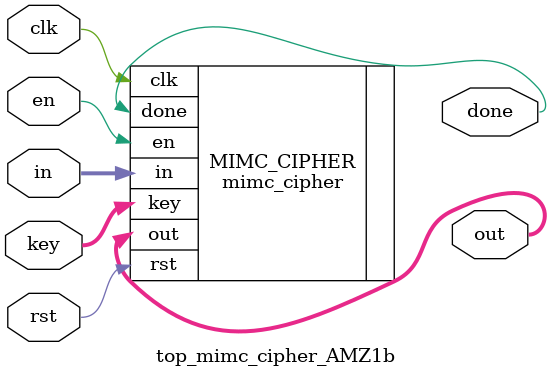
<source format=v>



module top_mimc_cipher_AMZ1b #(
	parameter N_BITS = 254
) (
	input clk,
	input rst,
	input en,
	input  [N_BITS-1:0] in,
	input  [N_BITS-1:0] key,
	output [N_BITS-1:0] out,
	output done
);

mimc_cipher #(
	.N_BITS(N_BITS),
	.GALOIS_MULT_METHOD("barrett"),
	.GALOIS_POW_7_METHOD("serial"),
	.MIMC_CIPHER_ROUND_METHOD("v1")
) MIMC_CIPHER (
	.clk(clk),
	.rst(rst),
	.en(en),
	.in(in),
	.key(key),
	.out(out),
	.done(done)
);

endmodule

</source>
